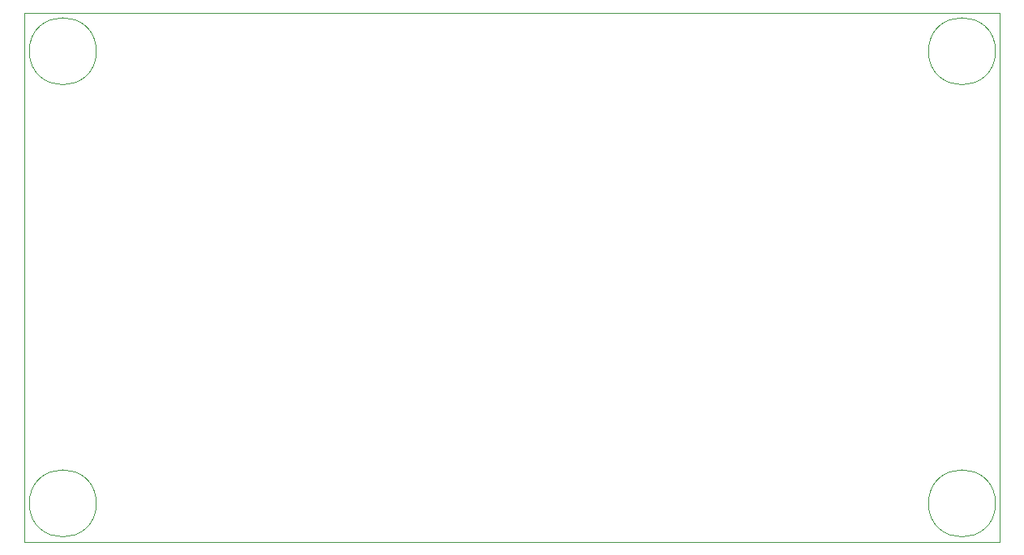
<source format=gbr>
%TF.GenerationSoftware,KiCad,Pcbnew,9.0.0*%
%TF.CreationDate,2025-04-10T11:28:11-04:00*%
%TF.ProjectId,Arduino_LCD,41726475-696e-46f5-9f4c-43442e6b6963,rev?*%
%TF.SameCoordinates,Original*%
%TF.FileFunction,Profile,NP*%
%FSLAX46Y46*%
G04 Gerber Fmt 4.6, Leading zero omitted, Abs format (unit mm)*
G04 Created by KiCad (PCBNEW 9.0.0) date 2025-04-10 11:28:11*
%MOMM*%
%LPD*%
G01*
G04 APERTURE LIST*
%TA.AperFunction,Profile*%
%ADD10C,0.025400*%
%TD*%
G04 APERTURE END LIST*
D10*
X93001100Y-77378600D02*
X194841100Y-77378600D01*
X194841100Y-132628600D02*
X93001100Y-132628600D01*
X100501100Y-128628600D02*
G75*
G02*
X93501100Y-128628600I-3500000J0D01*
G01*
X93501100Y-128628600D02*
G75*
G02*
X100501100Y-128628600I3500000J0D01*
G01*
X194841100Y-77378600D02*
X194841100Y-132628600D01*
X100501100Y-81378600D02*
G75*
G02*
X93501100Y-81378600I-3500000J0D01*
G01*
X93501100Y-81378600D02*
G75*
G02*
X100501100Y-81378600I3500000J0D01*
G01*
X93001100Y-132628600D02*
X93001100Y-77378600D01*
X194401100Y-128628600D02*
G75*
G02*
X187401100Y-128628600I-3500000J0D01*
G01*
X187401100Y-128628600D02*
G75*
G02*
X194401100Y-128628600I3500000J0D01*
G01*
X194401100Y-81378600D02*
G75*
G02*
X187401100Y-81378600I-3500000J0D01*
G01*
X187401100Y-81378600D02*
G75*
G02*
X194401100Y-81378600I3500000J0D01*
G01*
M02*

</source>
